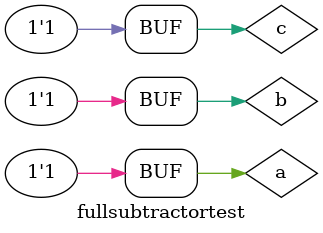
<source format=v>
`timescale 1ns/1ps
module fullsubtractortest;
  reg a,b,c;
  wire bout,d;
  fullsubtractor fa1(a,b,c,d,bout);
  initial
  begin
    a=1'b0; b=1'b0; c=1'b0;
    #1 a=1'b0; b=1'b0; c=1'b1;
    #1 a=1'b0; b=1'b1; c=1'b0;
    #1 a=1'b0; b=1'b1; c=1'b1;
    #1 a=1'b1; b=1'b0; c=1'b0;
    #1 a=1'b1; b=1'b0; c=1'b1;
    #1 a=1'b1; b=1'b1; c=1'b0;
    #1 a=1'b1; b=1'b1; c=1'b1;
  end
endmodule

</source>
